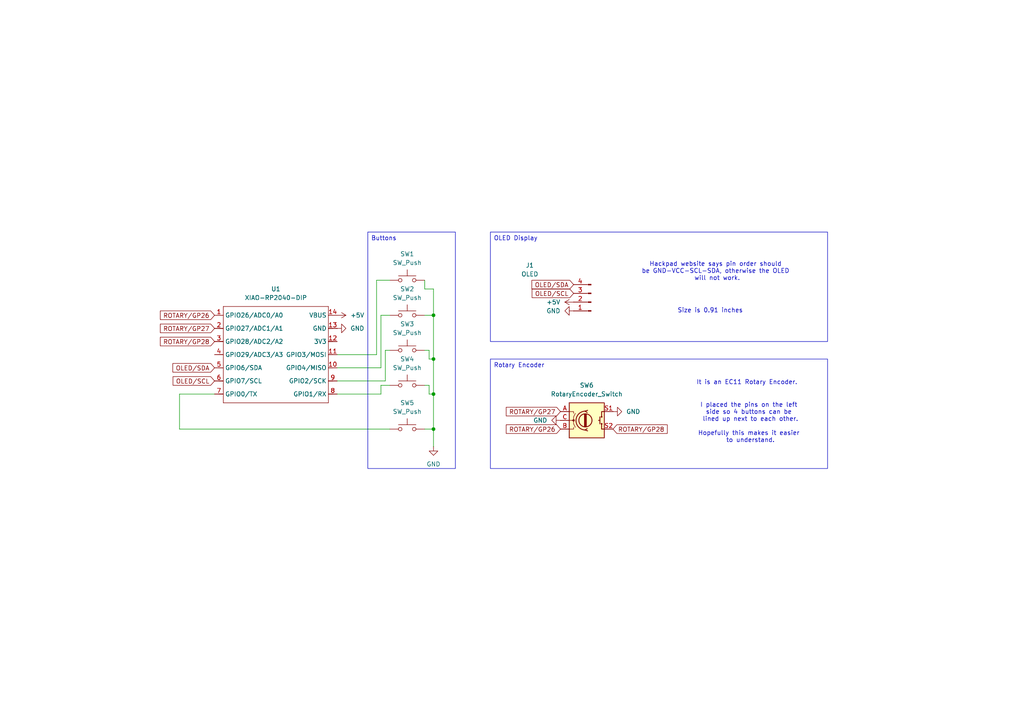
<source format=kicad_sch>
(kicad_sch (version 20250114) (generator "eeschema") (generator_version "9.0")
  (paper "A4")
  (title_block (title "Macropad"))
  (lib_symbols
    (symbol "Connector:Conn_01x04_Pin" (pin_names (offset 1.016) (hide yes))
      (property "Reference" "J" (at 0 5.08 0))
      (property "Value" "Conn_01x04_Pin" (at 0 -7.62 0))
      (symbol "Conn_01x04_Pin_1_1"
        (rectangle (start 0.8636 2.667) (end 0 2.413) (stroke (width 0.1524)) (fill (type outline)))
        (rectangle (start 0.8636 0.127) (end 0 -0.127) (stroke (width 0.1524)) (fill (type outline)))
        (rectangle (start 0.8636 -2.413) (end 0 -2.667) (stroke (width 0.1524)) (fill (type outline)))
        (rectangle (start 0.8636 -4.953) (end 0 -5.207) (stroke (width 0.1524)) (fill (type outline)))
        (polyline (pts (xy 1.27 2.54) (xy 0.8636 2.54)) (stroke (width 0.1524)))
        (polyline (pts (xy 1.27 0) (xy 0.8636 0)) (stroke (width 0.1524)))
        (polyline (pts (xy 1.27 -2.54) (xy 0.8636 -2.54)) (stroke (width 0.1524)))
        (polyline (pts (xy 1.27 -5.08) (xy 0.8636 -5.08)) (stroke (width 0.1524)))
        (pin passive line (at 5.08 2.54 180) (length 3.81) (name "Pin_1") (number "1"))
        (pin passive line (at 5.08 0 180) (length 3.81) (name "Pin_2") (number "2"))
        (pin passive line (at 5.08 -2.54 180) (length 3.81) (name "Pin_3") (number "3"))
        (pin passive line (at 5.08 -5.08 180) (length 3.81) (name "Pin_4") (number "4"))
      )
    )
    (symbol "Device:RotaryEncoder_Switch" (pin_names (offset 0.254) (hide yes))
      (property "Reference" "SW" (at 0 6.604 0))
      (property "Value" "RotaryEncoder_Switch" (at 0 -6.604 0))
      (symbol "RotaryEncoder_Switch_0_1"
        (rectangle (start -5.08 5.08) (end 5.08 -5.08) (stroke (width 0.254)) (fill (type background)))
        (polyline (pts (xy -5.08 2.54) (xy -3.81 2.54) (xy -3.81 2.032)))
        (polyline (pts (xy -5.08 0) (xy -3.81 0) (xy -3.81 -1.016) (xy -3.302 -2.032)))
        (polyline (pts (xy -5.08 -2.54) (xy -3.81 -2.54) (xy -3.81 -2.032)))
        (polyline (pts (xy -4.318 0) (xy -3.81 0) (xy -3.81 1.016) (xy -3.302 2.032)))
        (circle (center -3.81 0) (radius 0.254) (fill (type outline)))
        (polyline (pts (xy -0.635 -1.778) (xy -0.635 1.778)) (stroke (width 0.254)))
        (circle (center -0.381 0) (radius 1.905) (stroke (width 0.254)))
        (polyline (pts (xy -0.381 -1.778) (xy -0.381 1.778)) (stroke (width 0.254)))
        (arc (start -0.381 -2.794) (mid -3.0988 -0.0635) (end -0.381 2.667) (stroke (width 0.254)))
        (polyline (pts (xy -0.127 1.778) (xy -0.127 -1.778)) (stroke (width 0.254)))
        (polyline (pts (xy 0.254 2.921) (xy -0.508 2.667) (xy 0.127 2.286)) (stroke (width 0.254)))
        (polyline (pts (xy 0.254 -3.048) (xy -0.508 -2.794) (xy 0.127 -2.413)) (stroke (width 0.254)))
        (polyline (pts (xy 3.81 1.016) (xy 3.81 -1.016)) (stroke (width 0.254)))
        (polyline (pts (xy 3.81 0) (xy 3.429 0)) (stroke (width 0.254)))
        (circle (center 4.318 1.016) (radius 0.127) (stroke (width 0.254)))
        (circle (center 4.318 -1.016) (radius 0.127) (stroke (width 0.254)))
        (polyline (pts (xy 5.08 2.54) (xy 4.318 2.54) (xy 4.318 1.016)) (stroke (width 0.254)))
        (polyline (pts (xy 5.08 -2.54) (xy 4.318 -2.54) (xy 4.318 -1.016)) (stroke (width 0.254)))
      )
      (symbol "RotaryEncoder_Switch_1_1"
        (pin passive line (at -7.62 2.54 0) (length 2.54) (name "A") (number "A"))
        (pin passive line (at -7.62 0 0) (length 2.54) (name "C") (number "C"))
        (pin passive line (at -7.62 -2.54 0) (length 2.54) (name "B") (number "B"))
        (pin passive line (at 7.62 2.54 180) (length 2.54) (name "S1") (number "S1"))
        (pin passive line (at 7.62 -2.54 180) (length 2.54) (name "S2") (number "S2"))
      )
    )
    (symbol "Seeed XIAO:XIAO-RP2040-DIP"
      (property "Reference" "U" (at 0 0 0))
      (property "Value" "XIAO-RP2040-DIP" (at 5.334 -1.778 0))
      (symbol "XIAO-RP2040-DIP_1_0"
        (polyline (pts (xy -1.27 -2.54) (xy 29.21 -2.54)) (stroke (width 0.1524)))
        (polyline (pts (xy -1.27 -5.08) (xy -2.54 -5.08)) (stroke (width 0.1524)))
        (polyline (pts (xy -1.27 -5.08) (xy -1.27 -2.54)) (stroke (width 0.1524)))
        (polyline (pts (xy -1.27 -8.89) (xy -2.54 -8.89)) (stroke (width 0.1524)))
        (polyline (pts (xy -1.27 -8.89) (xy -1.27 -5.08)) (stroke (width 0.1524)))
        (polyline (pts (xy -1.27 -12.7) (xy -2.54 -12.7)) (stroke (width 0.1524)))
        (polyline (pts (xy -1.27 -12.7) (xy -1.27 -8.89)) (stroke (width 0.1524)))
        (polyline (pts (xy -1.27 -16.51) (xy -2.54 -16.51)) (stroke (width 0.1524)))
        (polyline (pts (xy -1.27 -16.51) (xy -1.27 -12.7)) (stroke (width 0.1524)))
        (polyline (pts (xy -1.27 -20.32) (xy -2.54 -20.32)) (stroke (width 0.1524)))
        (polyline (pts (xy -1.27 -24.13) (xy -2.54 -24.13)) (stroke (width 0.1524)))
        (polyline (pts (xy -1.27 -27.94) (xy -2.54 -27.94)) (stroke (width 0.1524)))
        (polyline (pts (xy -1.27 -30.48) (xy -1.27 -16.51)) (stroke (width 0.1524)))
        (polyline (pts (xy 29.21 -2.54) (xy 29.21 -5.08)) (stroke (width 0.1524)))
        (polyline (pts (xy 29.21 -5.08) (xy 29.21 -8.89)) (stroke (width 0.1524)))
        (polyline (pts (xy 29.21 -8.89) (xy 29.21 -12.7)) (stroke (width 0.1524)))
        (polyline (pts (xy 29.21 -12.7) (xy 29.21 -30.48)) (stroke (width 0.1524)))
        (polyline (pts (xy 29.21 -30.48) (xy -1.27 -30.48)) (stroke (width 0.1524)))
        (polyline (pts (xy 30.48 -5.08) (xy 29.21 -5.08)) (stroke (width 0.1524)))
        (polyline (pts (xy 30.48 -8.89) (xy 29.21 -8.89)) (stroke (width 0.1524)))
        (polyline (pts (xy 30.48 -12.7) (xy 29.21 -12.7)) (stroke (width 0.1524)))
        (polyline (pts (xy 30.48 -16.51) (xy 29.21 -16.51)) (stroke (width 0.1524)))
        (polyline (pts (xy 30.48 -20.32) (xy 29.21 -20.32)) (stroke (width 0.1524)))
        (polyline (pts (xy 30.48 -24.13) (xy 29.21 -24.13)) (stroke (width 0.1524)))
        (polyline (pts (xy 30.48 -27.94) (xy 29.21 -27.94)) (stroke (width 0.1524)))
        (pin passive line (at -3.81 -5.08 0) (length 2.54) (name "GPIO26/ADC0/A0") (number "1"))
        (pin passive line (at -3.81 -8.89 0) (length 2.54) (name "GPIO27/ADC1/A1") (number "2"))
        (pin passive line (at -3.81 -12.7 0) (length 2.54) (name "GPIO28/ADC2/A2") (number "3"))
        (pin passive line (at -3.81 -16.51 0) (length 2.54) (name "GPIO29/ADC3/A3") (number "4"))
        (pin passive line (at -3.81 -20.32 0) (length 2.54) (name "GPIO6/SDA") (number "5"))
        (pin passive line (at -3.81 -24.13 0) (length 2.54) (name "GPIO7/SCL") (number "6"))
        (pin passive line (at -3.81 -27.94 0) (length 2.54) (name "GPIO0/TX") (number "7"))
        (pin passive line (at 31.75 -5.08 180) (length 2.54) (name "VBUS") (number "14"))
        (pin passive line (at 31.75 -8.89 180) (length 2.54) (name "GND") (number "13"))
        (pin passive line (at 31.75 -12.7 180) (length 2.54) (name "3V3") (number "12"))
        (pin passive line (at 31.75 -16.51 180) (length 2.54) (name "GPIO3/MOSI") (number "11"))
        (pin passive line (at 31.75 -20.32 180) (length 2.54) (name "GPIO4/MISO") (number "10"))
        (pin passive line (at 31.75 -24.13 180) (length 2.54) (name "GPIO2/SCK") (number "9"))
        (pin passive line (at 31.75 -27.94 180) (length 2.54) (name "GPIO1/RX") (number "8"))
      )
    )
    (symbol "Switch:SW_Push" (pin_numbers (hide yes)) (pin_names (offset 1.016) (hide yes))
      (property "Reference" "SW" (at 1.27 2.54 0))
      (property "Value" "SW_Push" (at 0 -1.524 0))
      (symbol "SW_Push_0_1"
        (circle (center -2.032 0) (radius 0.508))
        (polyline (pts (xy 0 1.27) (xy 0 3.048)))
        (circle (center 2.032 0) (radius 0.508))
        (polyline (pts (xy 2.54 1.27) (xy -2.54 1.27)))
        (pin passive line (at -5.08 0 0) (length 2.54) (name "1") (number "1"))
        (pin passive line (at 5.08 0 180) (length 2.54) (name "2") (number "2"))
      )
    )
    (symbol "power:+5V" (power) (pin_numbers (hide yes)) (pin_names (offset 0) (hide yes))
      (property "Value" "+5V" (at 0 3.556 0))
      (symbol "+5V_0_1"
        (polyline (pts (xy -0.762 1.27) (xy 0 2.54)))
        (polyline (pts (xy 0 2.54) (xy 0.762 1.27)))
        (polyline (pts (xy 0 0) (xy 0 2.54)))
      )
      (symbol "+5V_1_1"
        (pin power_in line (at 0 0 90) (length 0) (name "~") (number "1"))
      )
    )
    (symbol "power:GND" (power) (pin_numbers (hide yes)) (pin_names (offset 0) (hide yes))
      (property "Value" "GND" (at 0 -3.81 0))
      (symbol "GND_0_1"
        (polyline (pts (xy 0 0) (xy 0 -1.27) (xy 1.27 -1.27) (xy 0 -2.54) (xy -1.27 -1.27) (xy 0 -1.27)))
      )
      (symbol "GND_1_1"
        (pin power_in line (at 0 0 270) (length 0) (name "~") (number "1"))
      )
    )
  )
  (text "Hackpad website says pin order should \nbe GND-VCC-SCL-SDA, otherwise the OLED \nwill not work." (exclude_from_sim yes) (at 208.026 78.74 0) (effects (font (size 1.27 1.27))))
  (text "I placed the pins on the left \nside so 4 buttons can be \nlined up next to each other.\n\nHopefully this makes it easier \nto understand." (at 217.678 122.682 0) (effects (font (size 1.27 1.27))))
  (text "Size is 0.91 inches" (at 205.994 90.17 0) (effects (font (size 1.27 1.27))))
  (text "It is an EC11 Rotary Encoder." (at 216.662 110.998 0) (effects (font (size 1.27 1.27))))
  (text_box "Buttons" (at 106.68 67.31 0) (size 25.4 68.58) (margins 0.9525 0.9525 0.9525 0.9525) (effects (font (size 1.27 1.27)) (justify left top)))
  (text_box "OLED Display" (at 142.24 67.31 0) (size 97.79 31.75) (margins 0.9525 0.9525 0.9525 0.9525) (effects (font (size 1.27 1.27)) (justify left top)))
  (text_box "Rotary Encoder" (at 142.24 104.14 0) (size 97.79 31.75) (margins 0.9525 0.9525 0.9525 0.9525) (effects (font (size 1.27 1.27)) (justify left top)))
  (junction (at 125.73 114.3))
  (junction (at 125.73 91.44))
  (junction (at 125.73 124.46))
  (junction (at 125.73 104.14))
  (wire (pts (xy 124.46 101.6) (xy 124.46 104.14)))
  (wire (pts (xy 110.49 111.76) (xy 113.03 111.76)))
  (wire (pts (xy 110.49 91.44) (xy 113.03 91.44)))
  (wire (pts (xy 110.49 111.76) (xy 110.49 114.3)))
  (wire (pts (xy 62.23 114.3) (xy 52.07 114.3)))
  (wire (pts (xy 97.79 106.68) (xy 110.49 106.68)))
  (wire (pts (xy 125.73 114.3) (xy 125.73 124.46)))
  (wire (pts (xy 125.73 104.14) (xy 125.73 114.3)))
  (wire (pts (xy 123.19 83.82) (xy 125.73 83.82)))
  (wire (pts (xy 110.49 114.3) (xy 97.79 114.3)))
  (wire (pts (xy 111.76 110.49) (xy 111.76 101.6)))
  (wire (pts (xy 124.46 104.14) (xy 125.73 104.14)))
  (wire (pts (xy 111.76 101.6) (xy 113.03 101.6)))
  (wire (pts (xy 125.73 124.46) (xy 125.73 129.54)))
  (wire (pts (xy 109.22 102.87) (xy 109.22 81.28)))
  (wire (pts (xy 124.46 111.76) (xy 123.19 111.76)))
  (wire (pts (xy 124.46 111.76) (xy 124.46 114.3)))
  (wire (pts (xy 52.07 114.3) (xy 52.07 124.46)))
  (wire (pts (xy 123.19 81.28) (xy 123.19 83.82)))
  (wire (pts (xy 123.19 124.46) (xy 125.73 124.46)))
  (wire (pts (xy 97.79 102.87) (xy 109.22 102.87)))
  (wire (pts (xy 123.19 91.44) (xy 125.73 91.44)))
  (wire (pts (xy 124.46 114.3) (xy 125.73 114.3)))
  (wire (pts (xy 125.73 83.82) (xy 125.73 91.44)))
  (wire (pts (xy 110.49 106.68) (xy 110.49 91.44)))
  (wire (pts (xy 125.73 91.44) (xy 125.73 104.14)))
  (wire (pts (xy 109.22 81.28) (xy 113.03 81.28)))
  (wire (pts (xy 52.07 124.46) (xy 113.03 124.46)))
  (wire (pts (xy 123.19 101.6) (xy 124.46 101.6)))
  (wire (pts (xy 97.79 110.49) (xy 111.76 110.49)))
  (global_label "ROTARY{slash}GP26" (shape input) (at 162.56 124.46 180) (property "Intersheetrefs" "${INTERSHEET_REFS}" (effects (hide yes))))
  (global_label "OLED{slash}SCL" (shape input) (at 166.37 85.09 180) (property "Intersheetrefs" "${INTERSHEET_REFS}" (effects (hide yes))))
  (global_label "ROTARY{slash}GP28" (shape input) (at 177.8 124.46 0) (property "Intersheetrefs" "${INTERSHEET_REFS}" (effects (hide yes))))
  (global_label "ROTARY{slash}GP27" (shape input) (at 162.56 119.38 180) (property "Intersheetrefs" "${INTERSHEET_REFS}" (effects (hide yes))))
  (global_label "ROTARY{slash}GP28" (shape input) (at 62.23 99.06 180) (property "Intersheetrefs" "${INTERSHEET_REFS}" (effects (hide yes))))
  (global_label "OLED{slash}SCL" (shape input) (at 62.23 110.49 180) (property "Intersheetrefs" "${INTERSHEET_REFS}" (effects (hide yes))))
  (global_label "OLED{slash}SDA" (shape input) (at 62.23 106.68 180) (property "Intersheetrefs" "${INTERSHEET_REFS}" (effects (hide yes))))
  (global_label "OLED{slash}SDA" (shape input) (at 166.37 82.55 180) (property "Intersheetrefs" "${INTERSHEET_REFS}" (effects (hide yes))))
  (global_label "ROTARY{slash}GP26" (shape input) (at 62.23 91.44 180) (property "Intersheetrefs" "${INTERSHEET_REFS}" (effects (hide yes))))
  (global_label "ROTARY{slash}GP27" (shape input) (at 62.23 95.25 180) (property "Intersheetrefs" "${INTERSHEET_REFS}" (effects (hide yes))))
  (symbol (lib_id "Switch:SW_Push") (at 118.11 101.6 0) (unit 1)
    (property "Reference" "SW3" (at 118.11 93.98 0))
    (property "Value" "SW_Push" (at 118.11 96.52 0))
    (property "Footprint" "Button_Switch_Keyboard:SW_Cherry_MX_1.00u_PCB" (effects (hide yes)))
    (property "Description" "Push button switch, generic, two pins" (effects (hide yes)))
  )
  (symbol (lib_id "power:+5V") (at 97.79 91.44 270) (unit 1)
    (property "Reference" "#PWR05" (effects (hide yes)))
    (property "Value" "+5V" (at 101.6 91.4399 90) (effects (justify left)))
    (property "Description" "Power symbol creates a global label with name \"+5V\"" (effects (hide yes)))
  )
  (symbol (lib_id "Connector:Conn_01x04_Pin") (at 171.45 87.63 180) (unit 1)
    (property "Reference" "J1" (at 153.67 76.962 0))
    (property "Value" "OLED" (at 153.67 79.502 0))
    (property "Footprint" "OLED:SSD1306-0.91-OLED-4pin-128x32" (effects (hide yes)))
    (property "Description" "Generic connector, single row, 01x04, script generated" (effects (hide yes)))
  )
  (symbol (lib_id "power:GND") (at 177.8 119.38 90) (unit 1)
    (property "Reference" "#PWR04" (effects (hide yes)))
    (property "Value" "GND" (at 181.61 119.3799 90) (effects (justify right)))
    (property "Description" "Power symbol creates a global label with name \"GND\" , ground" (effects (hide yes)))
  )
  (symbol (lib_id "Switch:SW_Push") (at 118.11 91.44 0) (unit 1)
    (property "Reference" "SW2" (at 118.11 83.82 0))
    (property "Value" "SW_Push" (at 118.11 86.36 0))
    (property "Footprint" "Button_Switch_Keyboard:SW_Cherry_MX_1.00u_PCB" (effects (hide yes)))
    (property "Description" "Push button switch, generic, two pins" (effects (hide yes)))
  )
  (symbol (lib_id "Seeed XIAO:XIAO-RP2040-DIP") (at 66.04 86.36 0) (unit 1)
    (property "Reference" "U1" (at 80.01 83.82 0))
    (property "Value" "XIAO-RP2040-DIP" (at 80.01 86.36 0))
    (property "Footprint" "OPL:XIAO-RP2040-DIP" (effects (hide yes)))
    (property "Datasheet" "https://files.seeedstudio.com/wiki/XIAO-RP2040/res/rp2040_datasheet.pdf" (effects (hide yes)))
  )
  (symbol (lib_id "power:GND") (at 166.37 90.17 270) (unit 1)
    (property "Reference" "#PWR01" (effects (hide yes)))
    (property "Value" "GND" (at 162.56 90.1699 90) (effects (justify right)))
    (property "Description" "Power symbol creates a global label with name \"GND\" , ground" (effects (hide yes)))
  )
  (symbol (lib_id "Switch:SW_Push") (at 118.11 81.28 0) (unit 1)
    (property "Reference" "SW1" (at 118.11 73.66 0))
    (property "Value" "SW_Push" (at 118.11 76.2 0))
    (property "Footprint" "Button_Switch_Keyboard:SW_Cherry_MX_1.00u_PCB" (effects (hide yes)))
    (property "Description" "Push button switch, generic, two pins" (effects (hide yes)))
  )
  (symbol (lib_id "Switch:SW_Push") (at 118.11 111.76 0) (unit 1)
    (property "Reference" "SW4" (at 118.11 104.14 0))
    (property "Value" "SW_Push" (at 118.11 106.68 0))
    (property "Footprint" "Button_Switch_Keyboard:SW_Cherry_MX_1.00u_PCB" (effects (hide yes)))
    (property "Description" "Push button switch, generic, two pins" (effects (hide yes)))
  )
  (symbol (lib_id "Switch:SW_Push") (at 118.11 124.46 0) (unit 1)
    (property "Reference" "SW5" (at 118.11 116.84 0))
    (property "Value" "SW_Push" (at 118.11 119.38 0))
    (property "Footprint" "Button_Switch_Keyboard:SW_Cherry_MX_1.00u_PCB" (effects (hide yes)))
    (property "Description" "Push button switch, generic, two pins" (effects (hide yes)))
  )
  (symbol (lib_id "power:+5V") (at 166.37 87.63 90) (unit 1)
    (property "Reference" "#PWR02" (effects (hide yes)))
    (property "Value" "+5V" (at 162.56 87.6299 90) (effects (justify left)))
    (property "Description" "Power symbol creates a global label with name \"+5V\"" (effects (hide yes)))
  )
  (symbol (lib_id "power:GND") (at 125.73 129.54 0) (unit 1)
    (property "Reference" "#PWR07" (effects (hide yes)))
    (property "Value" "GND" (at 125.73 134.62 0))
    (property "Description" "Power symbol creates a global label with name \"GND\" , ground" (effects (hide yes)))
  )
  (symbol (lib_id "power:GND") (at 162.56 121.92 270) (unit 1)
    (property "Reference" "#PWR03" (effects (hide yes)))
    (property "Value" "GND" (at 158.75 121.9199 90) (effects (justify right)))
    (property "Description" "Power symbol creates a global label with name \"GND\" , ground" (effects (hide yes)))
  )
  (symbol (lib_id "Device:RotaryEncoder_Switch") (at 170.18 121.92 0) (unit 1)
    (property "Reference" "SW6" (at 170.18 111.76 0))
    (property "Value" "RotaryEncoder_Switch" (at 170.18 114.3 0))
    (property "Footprint" "RotaryEncoder:RotaryEncoder_Alps_EC11E-Switch_Vertical_H20mm" (effects (hide yes)))
    (property "Description" "Rotary encoder, dual channel, incremental quadrate outputs, with switch" (effects (hide yes)))
  )
  (symbol (lib_id "power:GND") (at 97.79 95.25 90) (unit 1)
    (property "Reference" "#PWR06" (effects (hide yes)))
    (property "Value" "GND" (at 101.6 95.2499 90) (effects (justify right)))
    (property "Description" "Power symbol creates a global label with name \"GND\" , ground" (effects (hide yes)))
  )
)
</source>
